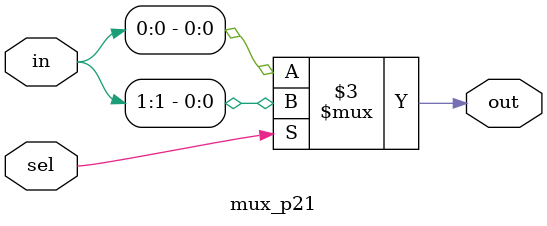
<source format=v>
module mux_p21(in, sel, out);
    input [1:0] in;
    input sel;
    output reg out;
    always @(*) begin
        if(sel)
            out = in[1];
        else
            out = in[0];
    end
endmodule
</source>
